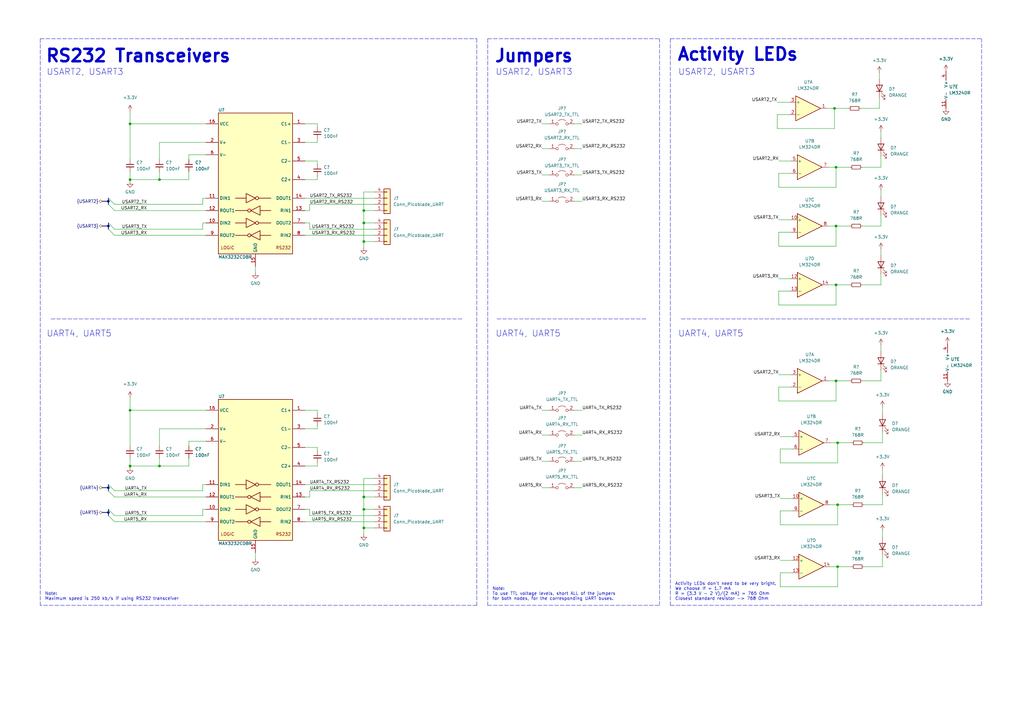
<source format=kicad_sch>
(kicad_sch (version 20211123) (generator eeschema)
  (paper "A3")
  (lib_symbols
    (symbol "0_interface_uart:MAX3232"
      (property "Reference" "U" (at 0 -2.54 0))
      (property "Value" "MAX3232" (at 0 -2.54 0))
      (symbol "MAX3232_0_0"
        (text "LOGIC" (at -11.43 -27.94 0) (effects (font (size 1.27 1.27))))
        (text "RS232" (at 11.43 -27.94 0) (effects (font (size 1.27 1.27))))
      )
      (symbol "MAX3232_0_1"
        (rectangle (start -15.24 27.305) (end 15.24 -30.48) (stroke (width 0.254)) (fill (type background)))
        (circle (center -2.54 -22.86) (radius 0.635) (stroke (width 0.254)))
        (circle (center -2.54 -12.7) (radius 0.635) (stroke (width 0.254)))
        (polyline (pts (xy -3.81 -17.78) (xy -8.255 -17.78)) (stroke (width 0.254)))
        (polyline (pts (xy -3.81 -7.62) (xy -8.255 -7.62)) (stroke (width 0.254)))
        (polyline (pts (xy -3.175 -22.86) (xy -8.255 -22.86)) (stroke (width 0.254)))
        (polyline (pts (xy -3.175 -12.7) (xy -8.255 -12.7)) (stroke (width 0.254)))
        (polyline (pts (xy 1.27 -17.78) (xy 6.35 -17.78)) (stroke (width 0.254)))
        (polyline (pts (xy 1.27 -7.62) (xy 6.35 -7.62)) (stroke (width 0.254)))
        (polyline (pts (xy 1.905 -22.86) (xy 6.35 -22.86)) (stroke (width 0.254)))
        (polyline (pts (xy 1.905 -12.7) (xy 6.35 -12.7)) (stroke (width 0.254)))
        (polyline (pts (xy -3.81 -15.875) (xy -3.81 -19.685) (xy 0 -17.78) (xy -3.81 -15.875)) (stroke (width 0.254)))
        (polyline (pts (xy -3.81 -5.715) (xy -3.81 -9.525) (xy 0 -7.62) (xy -3.81 -5.715)) (stroke (width 0.254)))
        (polyline (pts (xy 1.905 -20.955) (xy 1.905 -24.765) (xy -1.905 -22.86) (xy 1.905 -20.955)) (stroke (width 0.254)))
        (polyline (pts (xy 1.905 -10.795) (xy 1.905 -14.605) (xy -1.905 -12.7) (xy 1.905 -10.795)) (stroke (width 0.254)))
        (circle (center 0.635 -17.78) (radius 0.635) (stroke (width 0.254)))
        (circle (center 0.635 -7.62) (radius 0.635) (stroke (width 0.254)))
      )
      (symbol "MAX3232_1_1"
        (pin passive line (at 20.32 22.86 180) (length 5.08) (name "C1+") (number "1"))
        (pin input line (at -20.32 -17.78 0) (length 5.08) (name "DIN2") (number "10"))
        (pin input line (at -20.32 -7.62 0) (length 5.08) (name "DIN1") (number "11"))
        (pin output line (at -20.32 -12.7 0) (length 5.08) (name "ROUT1") (number "12"))
        (pin input line (at 20.32 -12.7 180) (length 5.08) (name "RIN1") (number "13"))
        (pin output line (at 20.32 -7.62 180) (length 5.08) (name "DOUT1") (number "14"))
        (pin power_in line (at 0 -35.56 90) (length 5.08) (name "GND") (number "15"))
        (pin power_in line (at -20.32 22.86 0) (length 5.08) (name "VCC") (number "16"))
        (pin power_out line (at -20.32 15.24 0) (length 5.08) (name "V+") (number "2"))
        (pin passive line (at 20.32 15.24 180) (length 5.08) (name "C1-") (number "3"))
        (pin passive line (at 20.32 0 180) (length 5.08) (name "C2+") (number "4"))
        (pin passive line (at 20.32 7.62 180) (length 5.08) (name "C2-") (number "5"))
        (pin power_out line (at -20.32 10.16 0) (length 5.08) (name "V-") (number "6"))
        (pin output line (at 20.32 -17.78 180) (length 5.08) (name "DOUT2") (number "7"))
        (pin input line (at 20.32 -22.86 180) (length 5.08) (name "RIN2") (number "8"))
        (pin output line (at -20.32 -22.86 0) (length 5.08) (name "ROUT2") (number "9"))
      )
    )
    (symbol "Amplifier_Operational:LM324" (pin_names (offset 0.127))
      (property "Reference" "U" (at 0 5.08 0))
      (property "Value" "LM324" (at 0 -5.08 0))
      (symbol "LM324_1_1"
        (polyline (pts (xy -5.08 5.08) (xy 5.08 0) (xy -5.08 -5.08) (xy -5.08 5.08)) (stroke (width 0.254)) (fill (type background)))
        (pin output line (at 7.62 0 180) (length 2.54) (name "~") (number "1"))
        (pin input line (at -7.62 -2.54 0) (length 2.54) (name "-") (number "2"))
        (pin input line (at -7.62 2.54 0) (length 2.54) (name "+") (number "3"))
      )
      (symbol "LM324_2_1"
        (polyline (pts (xy -5.08 5.08) (xy 5.08 0) (xy -5.08 -5.08) (xy -5.08 5.08)) (stroke (width 0.254)) (fill (type background)))
        (pin input line (at -7.62 2.54 0) (length 2.54) (name "+") (number "5"))
        (pin input line (at -7.62 -2.54 0) (length 2.54) (name "-") (number "6"))
        (pin output line (at 7.62 0 180) (length 2.54) (name "~") (number "7"))
      )
      (symbol "LM324_3_1"
        (polyline (pts (xy -5.08 5.08) (xy 5.08 0) (xy -5.08 -5.08) (xy -5.08 5.08)) (stroke (width 0.254)) (fill (type background)))
        (pin input line (at -7.62 2.54 0) (length 2.54) (name "+") (number "10"))
        (pin output line (at 7.62 0 180) (length 2.54) (name "~") (number "8"))
        (pin input line (at -7.62 -2.54 0) (length 2.54) (name "-") (number "9"))
      )
      (symbol "LM324_4_1"
        (polyline (pts (xy -5.08 5.08) (xy 5.08 0) (xy -5.08 -5.08) (xy -5.08 5.08)) (stroke (width 0.254)) (fill (type background)))
        (pin input line (at -7.62 2.54 0) (length 2.54) (name "+") (number "12"))
        (pin input line (at -7.62 -2.54 0) (length 2.54) (name "-") (number "13"))
        (pin output line (at 7.62 0 180) (length 2.54) (name "~") (number "14"))
      )
      (symbol "LM324_5_1"
        (pin power_in line (at -2.54 -7.62 90) (length 3.81) (name "V-") (number "11"))
        (pin power_in line (at -2.54 7.62 270) (length 3.81) (name "V+") (number "4"))
      )
    )
    (symbol "Connector_Generic:Conn_01x04" (pin_names (offset 1.016) hide)
      (property "Reference" "J" (at 0 5.08 0))
      (property "Value" "Conn_01x04" (at 0 -7.62 0))
      (symbol "Conn_01x04_1_1"
        (rectangle (start -1.27 -4.953) (end 0 -5.207) (stroke (width 0.1524)))
        (rectangle (start -1.27 -2.413) (end 0 -2.667) (stroke (width 0.1524)))
        (rectangle (start -1.27 0.127) (end 0 -0.127) (stroke (width 0.1524)))
        (rectangle (start -1.27 2.667) (end 0 2.413) (stroke (width 0.1524)))
        (rectangle (start -1.27 3.81) (end 1.27 -6.35) (stroke (width 0.254)) (fill (type background)))
        (pin passive line (at -5.08 2.54 0) (length 3.81) (name "Pin_1") (number "1"))
        (pin passive line (at -5.08 0 0) (length 3.81) (name "Pin_2") (number "2"))
        (pin passive line (at -5.08 -2.54 0) (length 3.81) (name "Pin_3") (number "3"))
        (pin passive line (at -5.08 -5.08 0) (length 3.81) (name "Pin_4") (number "4"))
      )
    )
    (symbol "Device:C_Small" (pin_numbers hide) (pin_names (offset 0.254) hide)
      (property "Reference" "C" (at 0.254 1.778 0))
      (property "Value" "C_Small" (at 0.254 -2.032 0))
      (symbol "C_Small_0_1"
        (polyline (pts (xy -1.524 -0.508) (xy 1.524 -0.508)) (stroke (width 0.3302)))
        (polyline (pts (xy -1.524 0.508) (xy 1.524 0.508)) (stroke (width 0.3048)))
      )
      (symbol "C_Small_1_1"
        (pin passive line (at 0 2.54 270) (length 2.032) (name "~") (number "1"))
        (pin passive line (at 0 -2.54 90) (length 2.032) (name "~") (number "2"))
      )
    )
    (symbol "Device:LED" (pin_numbers hide) (pin_names (offset 1.016) hide)
      (property "Reference" "D" (at 0 2.54 0))
      (property "Value" "LED" (at 0 -2.54 0))
      (symbol "LED_0_1"
        (polyline (pts (xy -1.27 -1.27) (xy -1.27 1.27)) (stroke (width 0.254)))
        (polyline (pts (xy -1.27 0) (xy 1.27 0)))
        (polyline (pts (xy 1.27 -1.27) (xy 1.27 1.27) (xy -1.27 0) (xy 1.27 -1.27)) (stroke (width 0.254)))
        (polyline (pts (xy -3.048 -0.762) (xy -4.572 -2.286) (xy -3.81 -2.286) (xy -4.572 -2.286) (xy -4.572 -1.524)))
        (polyline (pts (xy -1.778 -0.762) (xy -3.302 -2.286) (xy -2.54 -2.286) (xy -3.302 -2.286) (xy -3.302 -1.524)))
      )
      (symbol "LED_1_1"
        (pin passive line (at -3.81 0 0) (length 2.54) (name "K") (number "1"))
        (pin passive line (at 3.81 0 180) (length 2.54) (name "A") (number "2"))
      )
    )
    (symbol "Device:R_Small" (pin_numbers hide) (pin_names (offset 0.254) hide)
      (property "Reference" "R" (at 0.762 0.508 0))
      (property "Value" "R_Small" (at 0.762 -1.016 0))
      (symbol "R_Small_0_1"
        (rectangle (start -0.762 1.778) (end 0.762 -1.778) (stroke (width 0.2032)))
      )
      (symbol "R_Small_1_1"
        (pin passive line (at 0 2.54 270) (length 0.762) (name "~") (number "1"))
        (pin passive line (at 0 -2.54 90) (length 0.762) (name "~") (number "2"))
      )
    )
    (symbol "Jumper:Jumper_2_Open" (pin_names (offset 0) hide)
      (property "Reference" "JP" (at 0 2.794 0))
      (property "Value" "Jumper_2_Open" (at 0 -2.286 0))
      (symbol "Jumper_2_Open_0_0"
        (circle (center -2.032 0) (radius 0.508))
        (circle (center 2.032 0) (radius 0.508))
      )
      (symbol "Jumper_2_Open_0_1"
        (arc (start 1.524 1.27) (mid 0 1.778) (end -1.524 1.27))
      )
      (symbol "Jumper_2_Open_1_1"
        (pin passive line (at -5.08 0 0) (length 2.54) (name "A") (number "1"))
        (pin passive line (at 5.08 0 180) (length 2.54) (name "B") (number "2"))
      )
    )
    (symbol "power:+3.3V" (power) (pin_names (offset 0))
      (property "Value" "+3.3V" (at 0 3.556 0))
      (symbol "+3.3V_0_1"
        (polyline (pts (xy -0.762 1.27) (xy 0 2.54)))
        (polyline (pts (xy 0 0) (xy 0 2.54)))
        (polyline (pts (xy 0 2.54) (xy 0.762 1.27)))
      )
      (symbol "+3.3V_1_1"
        (pin power_in line (at 0 0 90) (length 0) hide (name "+3.3V") (number "1"))
      )
    )
    (symbol "power:GND" (power) (pin_names (offset 0))
      (property "Value" "GND" (at 0 -3.81 0))
      (symbol "GND_0_1"
        (polyline (pts (xy 0 0) (xy 0 -1.27) (xy 1.27 -1.27) (xy 0 -2.54) (xy -1.27 -1.27) (xy 0 -1.27)))
      )
      (symbol "GND_1_1"
        (pin power_in line (at 0 0 270) (length 0) hide (name "GND") (number "1"))
      )
    )
  )
  (junction (at 342.9 68.58))
  (junction (at 44.45 82.55))
  (junction (at 342.9 116.84))
  (junction (at 53.34 73.66))
  (junction (at 149.225 99.06))
  (junction (at 149.225 216.535))
  (junction (at 343.535 207.01))
  (junction (at 342.265 44.45))
  (junction (at 53.34 191.135))
  (junction (at 149.225 91.44))
  (junction (at 149.225 86.36))
  (junction (at 65.405 191.135))
  (junction (at 65.405 73.66))
  (junction (at 149.225 208.915))
  (junction (at 149.225 203.835))
  (junction (at 343.535 232.41))
  (junction (at 44.45 210.185))
  (junction (at 342.9 92.71))
  (junction (at 53.34 50.8))
  (junction (at 44.45 92.71))
  (junction (at 44.45 200.025))
  (junction (at 342.9 156.21))
  (junction (at 343.535 181.61))
  (junction (at 53.34 168.275))
  (bus_entry (at 46.99 93.98) (size -2.54 -2.54))
  (bus_entry (at 46.99 86.36) (size -2.54 -2.54))
  (bus_entry (at 46.99 203.835) (size -2.54 -2.54))
  (bus_entry (at 46.99 211.455) (size -2.54 -2.54))
  (bus_entry (at 46.99 213.995) (size -2.54 -2.54))
  (bus_entry (at 46.99 83.82) (size -2.54 -2.54))
  (bus_entry (at 46.99 96.52) (size -2.54 -2.54))
  (bus_entry (at 46.99 201.295) (size -2.54 -2.54))
  (wire (pts (xy 130.175 175.895) (xy 125.095 175.895)))
  (wire (pts (xy 318.77 41.91) (xy 323.85 41.91)))
  (wire (pts (xy 149.225 91.44) (xy 153.67 91.44)))
  (polyline (pts (xy 195.58 15.875) (xy 195.58 248.285)))
  (wire (pts (xy 320.04 229.87) (xy 325.12 229.87)))
  (wire (pts (xy 361.315 92.71) (xy 361.315 88.265)))
  (wire (pts (xy 353.06 44.45) (xy 360.68 44.45)))
  (wire (pts (xy 319.405 76.835) (xy 342.9 76.835)))
  (wire (pts (xy 77.47 191.135) (xy 65.405 191.135)))
  (wire (pts (xy 130.175 58.42) (xy 125.095 58.42)))
  (wire (pts (xy 342.9 116.84) (xy 339.725 116.84)))
  (wire (pts (xy 342.265 44.45) (xy 339.09 44.45)))
  (wire (pts (xy 53.34 191.135) (xy 53.34 191.77)))
  (wire (pts (xy 53.34 182.88) (xy 53.34 168.275)))
  (wire (pts (xy 130.175 73.66) (xy 125.095 73.66)))
  (wire (pts (xy 65.405 73.66) (xy 53.34 73.66)))
  (wire (pts (xy 65.405 191.135) (xy 53.34 191.135)))
  (wire (pts (xy 324.485 71.12) (xy 319.405 71.12)))
  (bus (pts (xy 44.45 92.71) (xy 41.91 92.71)))
  (bus (pts (xy 44.45 198.755) (xy 44.45 200.025)))
  (wire (pts (xy 53.34 65.405) (xy 53.34 50.8)))
  (wire (pts (xy 130.175 174.625) (xy 130.175 175.895)))
  (wire (pts (xy 320.04 240.665) (xy 343.535 240.665)))
  (wire (pts (xy 46.99 96.52) (xy 84.455 96.52)))
  (wire (pts (xy 149.225 101.6) (xy 149.225 99.06)))
  (wire (pts (xy 319.405 66.04) (xy 324.485 66.04)))
  (bus (pts (xy 44.45 82.55) (xy 41.91 82.55)))
  (wire (pts (xy 46.99 83.82) (xy 83.185 83.82)))
  (polyline (pts (xy 200.025 15.875) (xy 270.51 15.875)))
  (wire (pts (xy 343.535 181.61) (xy 349.25 181.61)))
  (polyline (pts (xy 200.025 15.875) (xy 200.025 248.285)))
  (wire (pts (xy 222.25 168.275) (xy 225.425 168.275)))
  (wire (pts (xy 127 91.44) (xy 125.095 91.44)))
  (wire (pts (xy 318.77 46.99) (xy 318.77 52.705)))
  (wire (pts (xy 149.225 203.835) (xy 149.225 196.215)))
  (wire (pts (xy 77.47 63.5) (xy 84.455 63.5)))
  (wire (pts (xy 53.34 73.66) (xy 53.34 74.295)))
  (wire (pts (xy 125.095 96.52) (xy 153.67 96.52)))
  (wire (pts (xy 65.405 182.88) (xy 65.405 175.895)))
  (wire (pts (xy 53.34 163.195) (xy 53.34 168.275)))
  (wire (pts (xy 343.535 207.01) (xy 349.25 207.01)))
  (wire (pts (xy 343.535 189.865) (xy 343.535 181.61)))
  (wire (pts (xy 53.34 50.8) (xy 84.455 50.8)))
  (wire (pts (xy 127 208.915) (xy 127 211.455)))
  (wire (pts (xy 83.185 198.755) (xy 84.455 198.755)))
  (wire (pts (xy 319.405 100.965) (xy 342.9 100.965)))
  (wire (pts (xy 343.535 232.41) (xy 349.25 232.41)))
  (wire (pts (xy 46.99 86.36) (xy 84.455 86.36)))
  (wire (pts (xy 83.185 208.915) (xy 84.455 208.915)))
  (wire (pts (xy 222.25 178.435) (xy 225.425 178.435)))
  (wire (pts (xy 238.76 168.275) (xy 235.585 168.275)))
  (wire (pts (xy 319.405 153.67) (xy 324.485 153.67)))
  (wire (pts (xy 342.9 156.21) (xy 339.725 156.21)))
  (wire (pts (xy 149.225 86.36) (xy 149.225 91.44)))
  (wire (pts (xy 65.405 187.96) (xy 65.405 191.135)))
  (wire (pts (xy 361.315 102.235) (xy 361.315 104.775)))
  (polyline (pts (xy 279.4 130.81) (xy 398.145 130.81)))
  (wire (pts (xy 104.775 109.22) (xy 104.775 111.76)))
  (polyline (pts (xy 195.58 248.285) (xy 16.51 248.285)))
  (wire (pts (xy 343.535 215.265) (xy 343.535 207.01)))
  (polyline (pts (xy 16.51 15.875) (xy 195.58 15.875)))
  (wire (pts (xy 149.225 196.215) (xy 153.67 196.215)))
  (wire (pts (xy 83.185 91.44) (xy 84.455 91.44)))
  (wire (pts (xy 319.405 125.095) (xy 342.9 125.095)))
  (wire (pts (xy 320.04 204.47) (xy 325.12 204.47)))
  (wire (pts (xy 130.175 72.39) (xy 130.175 73.66)))
  (polyline (pts (xy 200.025 248.285) (xy 270.51 248.285)))
  (polyline (pts (xy 270.51 248.285) (xy 270.51 15.875)))
  (wire (pts (xy 361.95 217.805) (xy 361.95 220.345)))
  (wire (pts (xy 320.04 234.95) (xy 320.04 240.665)))
  (wire (pts (xy 353.695 68.58) (xy 361.315 68.58)))
  (wire (pts (xy 354.33 232.41) (xy 361.95 232.41)))
  (wire (pts (xy 130.175 50.8) (xy 130.175 52.07)))
  (polyline (pts (xy 16.51 15.875) (xy 16.51 248.285)))
  (wire (pts (xy 320.04 215.265) (xy 343.535 215.265)))
  (wire (pts (xy 238.76 178.435) (xy 235.585 178.435)))
  (wire (pts (xy 46.99 93.98) (xy 83.185 93.98)))
  (wire (pts (xy 343.535 232.41) (xy 340.36 232.41)))
  (wire (pts (xy 77.47 65.405) (xy 77.47 63.5)))
  (wire (pts (xy 104.775 226.695) (xy 104.775 229.235)))
  (wire (pts (xy 46.99 211.455) (xy 83.185 211.455)))
  (wire (pts (xy 125.095 198.755) (xy 153.67 198.755)))
  (wire (pts (xy 83.185 201.295) (xy 83.185 198.755)))
  (wire (pts (xy 325.12 184.15) (xy 320.04 184.15)))
  (wire (pts (xy 127 93.98) (xy 153.67 93.98)))
  (wire (pts (xy 353.695 92.71) (xy 361.315 92.71)))
  (wire (pts (xy 149.225 78.74) (xy 153.67 78.74)))
  (polyline (pts (xy 402.59 248.285) (xy 402.59 15.875)))
  (wire (pts (xy 342.9 125.095) (xy 342.9 116.84)))
  (wire (pts (xy 238.76 50.8) (xy 235.585 50.8)))
  (wire (pts (xy 83.185 211.455) (xy 83.185 208.915)))
  (polyline (pts (xy 203.835 130.81) (xy 265.43 130.81)))
  (wire (pts (xy 125.095 168.275) (xy 130.175 168.275)))
  (bus (pts (xy 44.45 210.185) (xy 44.45 211.455)))
  (wire (pts (xy 319.405 119.38) (xy 319.405 125.095)))
  (wire (pts (xy 222.25 50.8) (xy 225.425 50.8)))
  (wire (pts (xy 324.485 119.38) (xy 319.405 119.38)))
  (wire (pts (xy 342.9 68.58) (xy 348.615 68.58)))
  (wire (pts (xy 77.47 70.485) (xy 77.47 73.66)))
  (wire (pts (xy 319.405 158.75) (xy 319.405 164.465)))
  (bus (pts (xy 44.45 82.55) (xy 44.45 83.82)))
  (wire (pts (xy 125.095 66.04) (xy 130.175 66.04)))
  (wire (pts (xy 65.405 175.895) (xy 84.455 175.895)))
  (wire (pts (xy 343.535 181.61) (xy 340.36 181.61)))
  (wire (pts (xy 127 208.915) (xy 125.095 208.915)))
  (wire (pts (xy 53.34 70.485) (xy 53.34 73.66)))
  (bus (pts (xy 44.45 200.025) (xy 41.91 200.025)))
  (wire (pts (xy 222.25 200.025) (xy 225.425 200.025)))
  (wire (pts (xy 53.34 45.72) (xy 53.34 50.8)))
  (wire (pts (xy 65.405 70.485) (xy 65.405 73.66)))
  (wire (pts (xy 238.76 200.025) (xy 235.585 200.025)))
  (wire (pts (xy 354.33 181.61) (xy 361.95 181.61)))
  (wire (pts (xy 361.315 156.21) (xy 361.315 151.765)))
  (wire (pts (xy 65.405 58.42) (xy 84.455 58.42)))
  (polyline (pts (xy 274.955 248.285) (xy 402.59 248.285)))
  (wire (pts (xy 53.34 168.275) (xy 84.455 168.275)))
  (wire (pts (xy 361.95 167.005) (xy 361.95 169.545)))
  (wire (pts (xy 222.25 60.96) (xy 225.425 60.96)))
  (wire (pts (xy 319.405 164.465) (xy 342.9 164.465)))
  (polyline (pts (xy 20.955 130.81) (xy 189.865 130.81)))
  (wire (pts (xy 361.315 116.84) (xy 361.315 112.395)))
  (wire (pts (xy 149.225 86.36) (xy 149.225 78.74)))
  (wire (pts (xy 320.04 184.15) (xy 320.04 189.865)))
  (bus (pts (xy 44.45 81.28) (xy 44.45 82.55)))
  (wire (pts (xy 238.76 71.755) (xy 235.585 71.755)))
  (wire (pts (xy 342.9 100.965) (xy 342.9 92.71)))
  (wire (pts (xy 77.47 182.88) (xy 77.47 180.975)))
  (bus (pts (xy 44.45 208.915) (xy 44.45 210.185)))
  (wire (pts (xy 342.9 164.465) (xy 342.9 156.21)))
  (wire (pts (xy 353.695 116.84) (xy 361.315 116.84)))
  (wire (pts (xy 127 201.295) (xy 127 203.835)))
  (wire (pts (xy 342.9 156.21) (xy 348.615 156.21)))
  (wire (pts (xy 77.47 73.66) (xy 65.405 73.66)))
  (wire (pts (xy 354.33 207.01) (xy 361.95 207.01)))
  (wire (pts (xy 127 201.295) (xy 153.67 201.295)))
  (wire (pts (xy 342.9 92.71) (xy 339.725 92.71)))
  (wire (pts (xy 342.265 52.705) (xy 342.265 44.45)))
  (wire (pts (xy 127 83.82) (xy 153.67 83.82)))
  (wire (pts (xy 343.535 207.01) (xy 340.36 207.01)))
  (wire (pts (xy 361.95 232.41) (xy 361.95 227.965)))
  (wire (pts (xy 342.265 44.45) (xy 347.98 44.45)))
  (wire (pts (xy 46.99 201.295) (xy 83.185 201.295)))
  (wire (pts (xy 149.225 203.835) (xy 149.225 208.915)))
  (wire (pts (xy 342.9 116.84) (xy 348.615 116.84)))
  (wire (pts (xy 130.175 168.275) (xy 130.175 169.545)))
  (wire (pts (xy 149.225 203.835) (xy 153.67 203.835)))
  (wire (pts (xy 325.12 209.55) (xy 320.04 209.55)))
  (wire (pts (xy 46.99 213.995) (xy 84.455 213.995)))
  (wire (pts (xy 238.76 189.23) (xy 235.585 189.23)))
  (wire (pts (xy 320.04 189.865) (xy 343.535 189.865)))
  (wire (pts (xy 46.99 203.835) (xy 84.455 203.835)))
  (wire (pts (xy 361.95 207.01) (xy 361.95 202.565)))
  (wire (pts (xy 343.535 240.665) (xy 343.535 232.41)))
  (wire (pts (xy 324.485 158.75) (xy 319.405 158.75)))
  (wire (pts (xy 83.185 93.98) (xy 83.185 91.44)))
  (wire (pts (xy 149.225 99.06) (xy 153.67 99.06)))
  (wire (pts (xy 324.485 95.25) (xy 319.405 95.25)))
  (wire (pts (xy 127 91.44) (xy 127 93.98)))
  (wire (pts (xy 222.25 189.23) (xy 225.425 189.23)))
  (wire (pts (xy 361.315 68.58) (xy 361.315 64.135)))
  (wire (pts (xy 320.04 209.55) (xy 320.04 215.265)))
  (wire (pts (xy 319.405 71.12) (xy 319.405 76.835)))
  (wire (pts (xy 342.9 76.835) (xy 342.9 68.58)))
  (wire (pts (xy 130.175 66.04) (xy 130.175 67.31)))
  (wire (pts (xy 149.225 208.915) (xy 153.67 208.915)))
  (wire (pts (xy 127 83.82) (xy 127 86.36)))
  (wire (pts (xy 342.9 68.58) (xy 339.725 68.58)))
  (wire (pts (xy 319.405 95.25) (xy 319.405 100.965)))
  (wire (pts (xy 125.095 50.8) (xy 130.175 50.8)))
  (wire (pts (xy 83.185 83.82) (xy 83.185 81.28)))
  (wire (pts (xy 319.405 114.3) (xy 324.485 114.3)))
  (bus (pts (xy 44.45 210.185) (xy 41.91 210.185)))
  (wire (pts (xy 149.225 86.36) (xy 153.67 86.36)))
  (wire (pts (xy 125.095 213.995) (xy 153.67 213.995)))
  (wire (pts (xy 361.315 78.105) (xy 361.315 80.645)))
  (bus (pts (xy 44.45 200.025) (xy 44.45 201.295)))
  (wire (pts (xy 238.76 82.55) (xy 235.585 82.55)))
  (wire (pts (xy 360.68 29.845) (xy 360.68 32.385)))
  (wire (pts (xy 342.9 92.71) (xy 348.615 92.71)))
  (wire (pts (xy 361.315 53.975) (xy 361.315 56.515)))
  (wire (pts (xy 222.25 71.755) (xy 225.425 71.755)))
  (wire (pts (xy 320.04 179.07) (xy 325.12 179.07)))
  (bus (pts (xy 44.45 91.44) (xy 44.45 92.71)))
  (polyline (pts (xy 274.955 15.875) (xy 274.955 248.285)))
  (wire (pts (xy 125.095 81.28) (xy 153.67 81.28)))
  (wire (pts (xy 149.225 99.06) (xy 149.225 91.44)))
  (wire (pts (xy 130.175 191.135) (xy 125.095 191.135)))
  (wire (pts (xy 361.95 192.405) (xy 361.95 194.945)))
  (wire (pts (xy 149.225 216.535) (xy 153.67 216.535)))
  (wire (pts (xy 361.315 141.605) (xy 361.315 144.145)))
  (wire (pts (xy 149.225 219.075) (xy 149.225 216.535)))
  (wire (pts (xy 65.405 65.405) (xy 65.405 58.42)))
  (wire (pts (xy 130.175 183.515) (xy 130.175 184.785)))
  (wire (pts (xy 222.25 82.55) (xy 225.425 82.55)))
  (wire (pts (xy 130.175 189.865) (xy 130.175 191.135)))
  (wire (pts (xy 238.76 60.96) (xy 235.585 60.96)))
  (wire (pts (xy 125.095 86.36) (xy 127 86.36)))
  (wire (pts (xy 127 211.455) (xy 153.67 211.455)))
  (wire (pts (xy 77.47 187.96) (xy 77.47 191.135)))
  (wire (pts (xy 77.47 180.975) (xy 84.455 180.975)))
  (polyline (pts (xy 274.955 15.875) (xy 402.59 15.875)))
  (bus (pts (xy 44.45 92.71) (xy 44.45 93.98)))
  (wire (pts (xy 361.95 181.61) (xy 361.95 177.165)))
  (wire (pts (xy 125.095 203.835) (xy 127 203.835)))
  (wire (pts (xy 83.185 81.28) (xy 84.455 81.28)))
  (wire (pts (xy 125.095 183.515) (xy 130.175 183.515)))
  (wire (pts (xy 360.68 44.45) (xy 360.68 40.005)))
  (wire (pts (xy 318.77 52.705) (xy 342.265 52.705)))
  (wire (pts (xy 353.695 156.21) (xy 361.315 156.21)))
  (wire (pts (xy 323.85 46.99) (xy 318.77 46.99)))
  (wire (pts (xy 53.34 187.96) (xy 53.34 191.135)))
  (wire (pts (xy 130.175 57.15) (xy 130.175 58.42)))
  (wire (pts (xy 325.12 234.95) (xy 320.04 234.95)))
  (wire (pts (xy 319.405 90.17) (xy 324.485 90.17)))
  (wire (pts (xy 149.225 216.535) (xy 149.225 208.915)))
  (text "Jumpers" (at 202.565 26.035 0) (effects (font (size 5.08 5.08) (thickness 1.016) bold) (justify left bottom)))
  (text "Note:\nMaximum speed is 250 kb/s if using RS232 transceiver" (at 18.415 246.38 0) (effects (font (size 1.27 1.27)) (justify left bottom)))
  (text "USART2, USART3" (at 19.05 31.115 0) (effects (font (size 2.54 2.54)) (justify left bottom)))
  (text "UART4, UART5" (at 278.13 138.43 0) (effects (font (size 2.54 2.54)) (justify left bottom)))
  (text "USART2, USART3" (at 278.13 31.115 0) (effects (font (size 2.54 2.54)) (justify left bottom)))
  (text "USART2, USART3" (at 203.2 31.115 0) (effects (font (size 2.54 2.54)) (justify left bottom)))
  (text "Note:\nTo use TTL voltage levels, short ALL of the jumpers\nfor both nodes, for the corresponding UART buses." (at 201.93 246.38 0) (effects (font (size 1.27 1.27)) (justify left bottom)))
  (text "UART4, UART5" (at 19.05 138.43 0) (effects (font (size 2.54 2.54)) (justify left bottom)))
  (text "Activity LEDs" (at 277.495 25.4 0) (effects (font (size 5.08 5.08) (thickness 1.016) bold) (justify left bottom)))
  (text "UART4, UART5" (at 203.2 138.43 0) (effects (font (size 2.54 2.54)) (justify left bottom)))
  (text "RS232 Transceivers" (at 18.415 26.035 0) (effects (font (size 5.08 5.08) (thickness 1.016) bold) (justify left bottom)))
  (text "Activity LEDs don't need to be very bright.\nWe choose If = 1.7 mA\nR = (3.3 V - 2 V)/(2 mA) = 765 Ohm\nClosest standard resistor -> 768 Ohm\n" (at 276.86 246.38 0) (effects (font (size 1.27 1.27)) (justify left bottom)))
  (label "UART5_TX" (at 222.25 189.23 180))
  (label "USART2_RX" (at 320.04 179.07 180))
  (label "UART5_RX_RS232" (at 238.76 200.025 0))
  (label "UART4_RX" (at 222.25 178.435 180))
  (label "USART2_TX" (at 222.25 50.8 180))
  (label "USART3_TX_RS232" (at 127.859 93.98 0))
  (label "USART3_TX" (at 319.405 90.17 180))
  (label "UART5_RX" (at 222.25 200.025 180))
  (label "USART2_TX" (at 60.325 83.82 180))
  (label "USART3_TX_RS232" (at 238.76 71.755 0))
  (label "UART4_TX" (at 60.325 201.295 180))
  (label "USART2_RX" (at 60.325 86.36 180))
  (label "USART2_TX" (at 318.77 41.91 180))
  (label "USART2_TX_RS232" (at 238.76 50.8 0))
  (label "USART2_TX" (at 319.405 153.67 180))
  (label "USART2_RX" (at 222.25 60.96 180))
  (label "UART4_TX_RS232" (at 127 198.755 0))
  (label "USART2_RX" (at 319.405 66.04 180))
  (label "USART3_TX" (at 320.04 204.47 180))
  (label "UART4_RX_RS232" (at 127 201.295 0))
  (label "UART5_TX" (at 60.325 211.455 180))
  (label "UART4_RX_RS232" (at 238.76 178.435 0))
  (label "USART3_RX" (at 320.04 229.87 180))
  (label "USART3_RX" (at 60.325 96.52 180))
  (label "USART2_RX_RS232" (at 127 83.82 0))
  (label "UART5_RX_RS232" (at 127.859 213.995 0))
  (label "UART4_TX_RS232" (at 238.76 168.275 0))
  (label "UART4_TX" (at 222.25 168.275 180))
  (label "USART3_RX" (at 222.25 82.55 180))
  (label "USART3_RX_RS232" (at 127.859 96.52 0))
  (label "UART5_TX_RS232" (at 127.859 211.455 0))
  (label "UART5_RX" (at 60.325 213.995 180))
  (label "USART3_RX" (at 319.405 114.3 180))
  (label "USART3_TX" (at 222.25 71.755 180))
  (label "UART5_TX_RS232" (at 238.76 189.23 0))
  (label "USART3_TX" (at 60.325 93.98 180))
  (label "USART3_RX_RS232" (at 238.76 82.55 0))
  (label "UART4_RX" (at 60.325 203.835 180))
  (label "USART2_TX_RS232" (at 127 81.28 0))
  (label "USART2_RX_RS232" (at 238.76 60.96 0))
  (hierarchical_label "{USART3}" (shape bidirectional) (at 41.91 92.71 180))
  (hierarchical_label "{USART2}" (shape bidirectional) (at 41.91 82.55 180))
  (hierarchical_label "{UART5}" (shape bidirectional) (at 41.91 210.185 180))
  (hierarchical_label "{UART4}" (shape bidirectional) (at 41.91 200.025 180))
  (symbol (lib_id "Connector_Generic:Conn_01x04") (at 158.75 83.82 0) (mirror x) (unit 1)
    (property "Reference" "J?" (at 161.29 81.28 0) (effects (justify left)))
    (property "Value" "Conn_Picoblade_UART" (at 161.29 83.82 0) (effects (justify left)))
    (property "Footprint" "Connector_Molex:Molex_PicoBlade_53047-0410_1x04_P1.25mm_Vertical" (effects hide))
    (property "Datasheet" "https://www.molex.com/pdm_docs/sd/530470410_sd.pdf" (effects hide))
    (property "Manufacturer ref" "0530470410" (effects hide))
    (property "Digikey ref" "WM1733-ND" (effects hide))
  )
  (symbol (lib_id "Jumper:Jumper_2_Open") (at 230.505 82.55 0) (unit 1) (in_bom no)
    (property "Reference" "JP?" (at 230.505 75.565 0))
    (property "Value" "USART3_RX_TTL" (at 230.505 78.105 0))
    (property "Footprint" "Jumper:SolderJumper-2_P1.3mm_Open_RoundedPad1.0x1.5mm" (effects hide))
  )
  (symbol (lib_id "power:GND") (at 149.225 219.075 0) (unit 1)
    (property "Reference" "#PWR?" (effects hide))
    (property "Value" "GND" (at 149.225 223.52 0))
  )
  (symbol (lib_id "Jumper:Jumper_2_Open") (at 230.505 71.755 0) (unit 1) (in_bom no)
    (property "Reference" "JP?" (at 230.505 65.405 0))
    (property "Value" "USART3_TX_TTL" (at 230.505 67.945 0))
    (property "Footprint" "Jumper:SolderJumper-2_P1.3mm_Open_RoundedPad1.0x1.5mm" (effects hide))
  )
  (symbol (lib_id "power:GND") (at 388.62 156.21 0) (unit 1)
    (property "Reference" "#PWR?" (effects hide))
    (property "Value" "GND" (at 388.62 160.655 0))
  )
  (symbol (lib_id "power:+3.3V") (at 361.315 78.105 0) (unit 1)
    (property "Reference" "#PWR?" (effects hide))
    (property "Value" "+3.3V" (at 361.315 73.025 0))
  )
  (symbol (lib_id "power:+3.3V") (at 53.34 45.72 0) (unit 1)
    (property "Reference" "#PWR?" (effects hide))
    (property "Value" "+3.3V" (at 53.34 40.005 0))
  )
  (symbol (lib_id "Device:C_Small") (at 77.47 185.42 0) (unit 1)
    (property "Reference" "C?" (at 80.01 184.1562 0) (effects (justify left)))
    (property "Value" "100nF" (at 80.01 186.6962 0) (effects (justify left)))
  )
  (symbol (lib_id "power:GND") (at 149.225 101.6 0) (unit 1)
    (property "Reference" "#PWR?" (effects hide))
    (property "Value" "GND" (at 149.225 106.045 0))
  )
  (symbol (lib_id "power:+3.3V") (at 361.95 192.405 0) (unit 1)
    (property "Reference" "#PWR?" (effects hide))
    (property "Value" "+3.3V" (at 361.95 187.325 0))
  )
  (symbol (lib_id "Device:C_Small") (at 77.47 67.945 0) (unit 1)
    (property "Reference" "C?" (at 80.01 66.6812 0) (effects (justify left)))
    (property "Value" "100nF" (at 80.01 69.2212 0) (effects (justify left)))
  )
  (symbol (lib_id "0_interface_uart:MAX3232") (at 104.775 73.66 0) (unit 1)
    (property "Reference" "U?" (at 89.535 45.085 0) (effects (justify left)))
    (property "Value" "MAX3232CDBR" (at 89.535 105.41 0) (effects (justify left)))
    (property "Footprint" "Package_SO:SSOP-16_5.3x6.2mm_P0.65mm" (effects hide))
    (property "Datasheet" "https://www.ti.com/lit/ds/symlink/max3232.pdf?HQS=dis-dk-null-digikeymode-dsf-pf-null-wwe&ts=1663519709027&ref_url=https%253A%252F%252Fwww.ti.com%252Fgeneral%252Fdocs%252Fsuppproductinfo.tsp%253FdistId%253D10%2526gotoUrl%253Dhttps%253A%252F%252Fwww.ti.com%252Flit%252Fgpn%252Fmax3232" (effects hide))
    (property "Manufacturer ref" "MAX3232CDBR" (effects hide))
    (property "Digikey ref" "296-13093-1-ND" (effects hide))
  )
  (symbol (lib_id "Device:LED") (at 361.95 224.155 90) (unit 1)
    (property "Reference" "D?" (at 365.76 224.4724 90) (effects (justify right)))
    (property "Value" "ORANGE" (at 365.76 227.0124 90) (effects (justify right)))
    (property "Footprint" "LED_SMD:LED_0603_1608Metric" (effects hide))
    (property "Datasheet" "https://optoelectronics.liteon.com/upload/download/DS22-2000-222/LTST-C191KFKT.pdf" (effects hide))
  )
  (symbol (lib_id "Device:C_Small") (at 65.405 185.42 0) (unit 1)
    (property "Reference" "C?" (at 67.945 184.1562 0) (effects (justify left)))
    (property "Value" "100nF" (at 67.945 186.6962 0) (effects (justify left)))
  )
  (symbol (lib_id "power:+3.3V") (at 361.95 167.005 0) (unit 1)
    (property "Reference" "#PWR?" (effects hide))
    (property "Value" "+3.3V" (at 361.95 161.925 0))
  )
  (symbol (lib_id "Connector_Generic:Conn_01x04") (at 158.75 213.995 0) (mirror x) (unit 1)
    (property "Reference" "J?" (at 161.29 211.455 0) (effects (justify left)))
    (property "Value" "Conn_Picoblade_UART" (at 161.29 213.995 0) (effects (justify left)))
    (property "Footprint" "Connector_Molex:Molex_PicoBlade_53047-0410_1x04_P1.25mm_Vertical" (effects hide))
    (property "Datasheet" "https://www.molex.com/pdm_docs/sd/530470410_sd.pdf" (effects hide))
    (property "Manufacturer ref" "0530470410" (effects hide))
    (property "Digikey ref" "WM1733-ND" (effects hide))
  )
  (symbol (lib_id "power:GND") (at 53.34 191.77 0) (unit 1)
    (property "Reference" "#PWR?" (effects hide))
    (property "Value" "GND" (at 53.34 196.215 0))
  )
  (symbol (lib_id "Connector_Generic:Conn_01x04") (at 158.75 96.52 0) (mirror x) (unit 1)
    (property "Reference" "J?" (at 161.29 93.98 0) (effects (justify left)))
    (property "Value" "Conn_Picoblade_UART" (at 161.29 96.52 0) (effects (justify left)))
    (property "Footprint" "Connector_Molex:Molex_PicoBlade_53047-0410_1x04_P1.25mm_Vertical" (effects hide))
    (property "Datasheet" "https://www.molex.com/pdm_docs/sd/530470410_sd.pdf" (effects hide))
    (property "Manufacturer ref" "0530470410" (effects hide))
    (property "Digikey ref" "WM1733-ND" (effects hide))
  )
  (symbol (lib_id "Device:C_Small") (at 65.405 67.945 0) (unit 1)
    (property "Reference" "C?" (at 67.945 66.6812 0) (effects (justify left)))
    (property "Value" "100nF" (at 67.945 69.2212 0) (effects (justify left)))
  )
  (symbol (lib_id "Device:LED") (at 361.315 108.585 90) (unit 1)
    (property "Reference" "D?" (at 365.125 108.9024 90) (effects (justify right)))
    (property "Value" "ORANGE" (at 365.125 111.4424 90) (effects (justify right)))
    (property "Footprint" "LED_SMD:LED_0603_1608Metric" (effects hide))
    (property "Datasheet" "https://optoelectronics.liteon.com/upload/download/DS22-2000-222/LTST-C191KFKT.pdf" (effects hide))
  )
  (symbol (lib_id "Amplifier_Operational:LM324") (at 390.525 36.83 0) (unit 5)
    (property "Reference" "U?" (at 389.255 35.5599 0) (effects (justify left)))
    (property "Value" "LM324DR" (at 389.255 38.0999 0) (effects (justify left)))
    (property "Footprint" "Package_SO:SOIC-14_3.9x8.7mm_P1.27mm" (effects hide))
    (property "Datasheet" "http://www.ti.com/lit/ds/symlink/lm2902-n.pdf" (effects hide))
    (property "Manufacturer ref" "LM324DR" (effects hide))
    (property "Digikey ref" "296-14597-1-ND" (effects hide))
  )
  (symbol (lib_id "Device:R_Small") (at 350.52 44.45 90) (unit 1)
    (property "Reference" "R?" (at 350.52 38.735 90))
    (property "Value" "768R" (at 350.52 41.275 90))
  )
  (symbol (lib_id "Device:LED") (at 361.95 173.355 90) (unit 1)
    (property "Reference" "D?" (at 365.76 173.6724 90) (effects (justify right)))
    (property "Value" "ORANGE" (at 365.76 176.2124 90) (effects (justify right)))
    (property "Footprint" "LED_SMD:LED_0603_1608Metric" (effects hide))
    (property "Datasheet" "https://optoelectronics.liteon.com/upload/download/DS22-2000-222/LTST-C191KFKT.pdf" (effects hide))
  )
  (symbol (lib_id "power:+3.3V") (at 361.315 141.605 0) (unit 1)
    (property "Reference" "#PWR?" (effects hide))
    (property "Value" "+3.3V" (at 361.315 136.525 0))
  )
  (symbol (lib_id "power:+3.3V") (at 360.68 29.845 0) (unit 1)
    (property "Reference" "#PWR?" (effects hide))
    (property "Value" "+3.3V" (at 360.68 24.765 0))
  )
  (symbol (lib_id "Jumper:Jumper_2_Open") (at 230.505 200.025 0) (unit 1) (in_bom no)
    (property "Reference" "JP?" (at 230.505 193.04 0))
    (property "Value" "UART5_RX_TTL" (at 230.505 195.58 0))
    (property "Footprint" "Jumper:SolderJumper-2_P1.3mm_Open_RoundedPad1.0x1.5mm" (effects hide))
  )
  (symbol (lib_id "power:GND") (at 387.985 44.45 0) (unit 1)
    (property "Reference" "#PWR?" (effects hide))
    (property "Value" "GND" (at 387.985 48.895 0))
  )
  (symbol (lib_id "power:+3.3V") (at 361.315 53.975 0) (unit 1)
    (property "Reference" "#PWR?" (effects hide))
    (property "Value" "+3.3V" (at 361.315 48.895 0))
  )
  (symbol (lib_id "Device:C_Small") (at 130.175 54.61 0) (unit 1)
    (property "Reference" "C?" (at 132.715 53.3462 0) (effects (justify left)))
    (property "Value" "100nF" (at 132.715 55.8862 0) (effects (justify left)))
  )
  (symbol (lib_id "Device:LED") (at 361.315 147.955 90) (unit 1)
    (property "Reference" "D?" (at 365.125 148.2724 90) (effects (justify right)))
    (property "Value" "ORANGE" (at 365.125 150.8124 90) (effects (justify right)))
    (property "Footprint" "LED_SMD:LED_0603_1608Metric" (effects hide))
    (property "Datasheet" "https://optoelectronics.liteon.com/upload/download/DS22-2000-222/LTST-C191KFKT.pdf" (effects hide))
  )
  (symbol (lib_id "power:+3.3V") (at 361.95 217.805 0) (unit 1)
    (property "Reference" "#PWR?" (effects hide))
    (property "Value" "+3.3V" (at 361.95 212.725 0))
  )
  (symbol (lib_id "Device:C_Small") (at 130.175 187.325 0) (unit 1)
    (property "Reference" "C?" (at 132.715 186.0612 0) (effects (justify left)))
    (property "Value" "100nF" (at 132.715 188.595 0) (effects (justify left)))
  )
  (symbol (lib_id "Device:R_Small") (at 351.155 92.71 90) (unit 1)
    (property "Reference" "R?" (at 351.155 86.995 90))
    (property "Value" "768R" (at 351.155 89.535 90))
  )
  (symbol (lib_id "Device:C_Small") (at 53.34 67.945 0) (unit 1)
    (property "Reference" "C?" (at 55.88 66.6812 0) (effects (justify left)))
    (property "Value" "100nF" (at 55.88 69.2212 0) (effects (justify left)))
  )
  (symbol (lib_id "Device:R_Small") (at 351.155 156.21 90) (unit 1)
    (property "Reference" "R?" (at 351.155 150.495 90))
    (property "Value" "768R" (at 351.155 153.035 90))
  )
  (symbol (lib_id "Jumper:Jumper_2_Open") (at 230.505 168.275 0) (unit 1) (in_bom no)
    (property "Reference" "JP?" (at 230.505 161.29 0))
    (property "Value" "UART4_TX_TTL" (at 230.505 163.83 0))
    (property "Footprint" "Jumper:SolderJumper-2_P1.3mm_Open_RoundedPad1.0x1.5mm" (effects hide))
  )
  (symbol (lib_id "Device:R_Small") (at 351.79 232.41 90) (unit 1)
    (property "Reference" "R?" (at 351.79 226.695 90))
    (property "Value" "768R" (at 351.79 229.235 90))
  )
  (symbol (lib_id "Device:LED") (at 360.68 36.195 90) (unit 1)
    (property "Reference" "D?" (at 364.49 36.5124 90) (effects (justify right)))
    (property "Value" "ORANGE" (at 364.49 39.0524 90) (effects (justify right)))
    (property "Footprint" "LED_SMD:LED_0603_1608Metric" (effects hide))
    (property "Datasheet" "https://optoelectronics.liteon.com/upload/download/DS22-2000-222/LTST-C191KFKT.pdf" (effects hide))
  )
  (symbol (lib_id "Amplifier_Operational:LM324") (at 332.105 156.21 0) (unit 1)
    (property "Reference" "U?" (at 332.105 145.415 0))
    (property "Value" "LM324DR" (at 332.105 147.955 0))
    (property "Footprint" "Package_SO:SOIC-14_3.9x8.7mm_P1.27mm" (effects hide))
    (property "Datasheet" "http://www.ti.com/lit/ds/symlink/lm2902-n.pdf" (effects hide))
    (property "Manufacturer ref " "LM324DR" (effects hide))
    (property "Digikey ref" "296-14597-1-ND" (effects hide))
  )
  (symbol (lib_id "Device:C_Small") (at 53.34 185.42 0) (unit 1)
    (property "Reference" "C?" (at 55.88 184.1562 0) (effects (justify left)))
    (property "Value" "100nF" (at 55.88 186.6962 0) (effects (justify left)))
  )
  (symbol (lib_id "Device:C_Small") (at 130.175 172.085 0) (unit 1)
    (property "Reference" "C?" (at 132.715 170.8212 0) (effects (justify left)))
    (property "Value" "100nF" (at 132.715 173.3612 0) (effects (justify left)))
  )
  (symbol (lib_id "Amplifier_Operational:LM324") (at 391.16 148.59 0) (unit 5)
    (property "Reference" "U?" (at 389.89 147.3199 0) (effects (justify left)))
    (property "Value" "LM324DR" (at 389.89 149.8599 0) (effects (justify left)))
    (property "Footprint" "Package_SO:SOIC-14_3.9x8.7mm_P1.27mm" (effects hide))
    (property "Datasheet" "http://www.ti.com/lit/ds/symlink/lm2902-n.pdf" (effects hide))
    (property "Manufacturer ref" "LM324DR" (effects hide))
    (property "Digikey ref" "296-14597-1-ND" (effects hide))
  )
  (symbol (lib_id "Device:R_Small") (at 351.79 207.01 90) (unit 1)
    (property "Reference" "R?" (at 351.79 201.295 90))
    (property "Value" "768R" (at 351.79 203.835 90))
  )
  (symbol (lib_id "Connector_Generic:Conn_01x04") (at 158.75 201.295 0) (mirror x) (unit 1)
    (property "Reference" "J?" (at 161.29 198.755 0) (effects (justify left)))
    (property "Value" "Conn_Picoblade_UART" (at 161.29 201.295 0) (effects (justify left)))
    (property "Footprint" "Connector_Molex:Molex_PicoBlade_53047-0410_1x04_P1.25mm_Vertical" (effects hide))
    (property "Datasheet" "https://www.molex.com/pdm_docs/sd/530470410_sd.pdf" (effects hide))
    (property "Manufacturer ref" "0530470410" (effects hide))
    (property "Digikey ref" "WM1733-ND" (effects hide))
  )
  (symbol (lib_id "Device:LED") (at 361.315 84.455 90) (unit 1)
    (property "Reference" "D?" (at 365.125 84.7724 90) (effects (justify right)))
    (property "Value" "ORANGE" (at 365.125 87.3124 90) (effects (justify right)))
    (property "Footprint" "LED_SMD:LED_0603_1608Metric" (effects hide))
    (property "Datasheet" "https://optoelectronics.liteon.com/upload/download/DS22-2000-222/LTST-C191KFKT.pdf" (effects hide))
  )
  (symbol (lib_id "Jumper:Jumper_2_Open") (at 230.505 178.435 0) (unit 1) (in_bom no)
    (property "Reference" "JP?" (at 230.505 171.45 0))
    (property "Value" "UART4_RX_TTL" (at 230.505 173.99 0))
    (property "Footprint" "Jumper:SolderJumper-2_P1.3mm_Open_RoundedPad1.0x1.5mm" (effects hide))
  )
  (symbol (lib_id "Device:R_Small") (at 351.79 181.61 90) (unit 1)
    (property "Reference" "R?" (at 351.79 175.895 90))
    (property "Value" "768R" (at 351.79 178.435 90))
  )
  (symbol (lib_id "Device:R_Small") (at 351.155 116.84 90) (unit 1)
    (property "Reference" "R?" (at 351.155 111.125 90))
    (property "Value" "768R" (at 351.155 113.665 90))
  )
  (symbol (lib_id "0_interface_uart:MAX3232") (at 104.775 191.135 0) (unit 1)
    (property "Reference" "U?" (at 89.535 162.56 0) (effects (justify left)))
    (property "Value" "MAX3232CDBR" (at 89.535 222.885 0) (effects (justify left)))
    (property "Footprint" "Package_SO:SSOP-16_5.3x6.2mm_P0.65mm" (effects hide))
    (property "Datasheet" "https://www.ti.com/lit/ds/symlink/max3232.pdf?HQS=dis-dk-null-digikeymode-dsf-pf-null-wwe&ts=1663519709027&ref_url=https%253A%252F%252Fwww.ti.com%252Fgeneral%252Fdocs%252Fsuppproductinfo.tsp%253FdistId%253D10%2526gotoUrl%253Dhttps%253A%252F%252Fwww.ti.com%252Flit%252Fgpn%252Fmax3232" (effects hide))
    (property "Manufacturer ref" "MAX3232CDBR" (effects hide))
    (property "Digikey ref" "296-13093-1-ND" (effects hide))
  )
  (symbol (lib_id "Amplifier_Operational:LM324") (at 332.105 68.58 0) (unit 2)
    (property "Reference" "U?" (at 332.105 57.785 0))
    (property "Value" "LM324DR" (at 332.105 60.325 0))
    (property "Footprint" "Package_SO:SOIC-14_3.9x8.7mm_P1.27mm" (effects hide))
    (property "Datasheet" "http://www.ti.com/lit/ds/symlink/lm2902-n.pdf" (effects hide))
    (property "Manufacturer ref" "LM324DR" (effects hide))
    (property "Digikey ref" "296-14597-1-ND" (effects hide))
  )
  (symbol (lib_id "power:+3.3V") (at 388.62 140.97 0) (unit 1)
    (property "Reference" "#PWR?" (effects hide))
    (property "Value" "+3.3V" (at 388.62 135.89 0))
  )
  (symbol (lib_id "Amplifier_Operational:LM324") (at 332.74 207.01 0) (unit 3)
    (property "Reference" "U?" (at 332.74 196.215 0))
    (property "Value" "LM324DR" (at 332.74 198.755 0))
    (property "Footprint" "Package_SO:SOIC-14_3.9x8.7mm_P1.27mm" (effects hide))
    (property "Datasheet" "http://www.ti.com/lit/ds/symlink/lm2902-n.pdf" (effects hide))
    (property "Manufacturer ref" "LM324DR" (effects hide))
    (property "Digikey ref" "296-14597-1-ND" (effects hide))
  )
  (symbol (lib_id "Amplifier_Operational:LM324") (at 332.105 92.71 0) (unit 3)
    (property "Reference" "U?" (at 332.105 81.915 0))
    (property "Value" "LM324DR" (at 332.105 84.455 0))
    (property "Footprint" "Package_SO:SOIC-14_3.9x8.7mm_P1.27mm" (effects hide))
    (property "Datasheet" "http://www.ti.com/lit/ds/symlink/lm2902-n.pdf" (effects hide))
    (property "Manufacturer ref" "LM324DR" (effects hide))
    (property "Digikey ref" "296-14597-1-ND" (effects hide))
  )
  (symbol (lib_id "Device:C_Small") (at 130.175 69.85 0) (unit 1)
    (property "Reference" "C?" (at 132.715 68.5862 0) (effects (justify left)))
    (property "Value" "100nF" (at 132.715 71.12 0) (effects (justify left)))
  )
  (symbol (lib_id "power:GND") (at 104.775 111.76 0) (unit 1)
    (property "Reference" "#PWR?" (effects hide))
    (property "Value" "GND" (at 104.775 116.205 0))
  )
  (symbol (lib_id "Jumper:Jumper_2_Open") (at 230.505 189.23 0) (unit 1) (in_bom no)
    (property "Reference" "JP?" (at 230.505 182.88 0))
    (property "Value" "UART5_TX_TTL" (at 230.505 185.42 0))
    (property "Footprint" "Jumper:SolderJumper-2_P1.3mm_Open_RoundedPad1.0x1.5mm" (effects hide))
  )
  (symbol (lib_id "power:GND") (at 53.34 74.295 0) (unit 1)
    (property "Reference" "#PWR?" (effects hide))
    (property "Value" "GND" (at 53.34 78.74 0))
  )
  (symbol (lib_id "power:+3.3V") (at 361.315 102.235 0) (unit 1)
    (property "Reference" "#PWR?" (effects hide))
    (property "Value" "+3.3V" (at 361.315 97.155 0))
  )
  (symbol (lib_id "Jumper:Jumper_2_Open") (at 230.505 50.8 0) (unit 1) (in_bom no)
    (property "Reference" "JP?" (at 230.505 44.45 0))
    (property "Value" "USART2_TX_TTL" (at 230.505 46.99 0))
    (property "Footprint" "Jumper:SolderJumper-2_P1.3mm_Open_RoundedPad1.0x1.5mm" (effects hide))
  )
  (symbol (lib_id "Amplifier_Operational:LM324") (at 332.74 232.41 0) (unit 4)
    (property "Reference" "U?" (at 332.74 221.615 0))
    (property "Value" "LM324DR" (at 332.74 224.155 0))
    (property "Footprint" "Package_SO:SOIC-14_3.9x8.7mm_P1.27mm" (effects hide))
    (property "Datasheet" "http://www.ti.com/lit/ds/symlink/lm2902-n.pdf" (effects hide))
    (property "Manufacturer ref" "LM324DR" (effects hide))
    (property "Digikey ref" "296-14597-1-ND" (effects hide))
  )
  (symbol (lib_id "power:+3.3V") (at 387.985 29.21 0) (unit 1)
    (property "Reference" "#PWR?" (effects hide))
    (property "Value" "+3.3V" (at 387.985 24.13 0))
  )
  (symbol (lib_id "Amplifier_Operational:LM324") (at 332.105 116.84 0) (unit 4)
    (property "Reference" "U?" (at 332.105 106.045 0))
    (property "Value" "LM324DR" (at 332.105 108.585 0))
    (property "Footprint" "Package_SO:SOIC-14_3.9x8.7mm_P1.27mm" (effects hide))
    (property "Datasheet" "http://www.ti.com/lit/ds/symlink/lm2902-n.pdf" (effects hide))
    (property "Manufacturer ref" "LM324DR" (effects hide))
    (property "Digikey ref" "296-14597-1-ND" (effects hide))
  )
  (symbol (lib_id "Device:LED") (at 361.315 60.325 90) (unit 1)
    (property "Reference" "D?" (at 365.125 60.6424 90) (effects (justify right)))
    (property "Value" "ORANGE" (at 365.125 63.1824 90) (effects (justify right)))
    (property "Footprint" "LED_SMD:LED_0603_1608Metric" (effects hide))
    (property "Datasheet" "https://optoelectronics.liteon.com/upload/download/DS22-2000-222/LTST-C191KFKT.pdf" (effects hide))
  )
  (symbol (lib_id "Device:LED") (at 361.95 198.755 90) (unit 1)
    (property "Reference" "D?" (at 365.76 199.0724 90) (effects (justify right)))
    (property "Value" "ORANGE" (at 365.76 201.6124 90) (effects (justify right)))
    (property "Footprint" "LED_SMD:LED_0603_1608Metric" (effects hide))
    (property "Datasheet" "https://optoelectronics.liteon.com/upload/download/DS22-2000-222/LTST-C191KFKT.pdf" (effects hide))
  )
  (symbol (lib_id "power:+3.3V") (at 53.34 163.195 0) (unit 1)
    (property "Reference" "#PWR?" (effects hide))
    (property "Value" "+3.3V" (at 53.34 157.48 0))
  )
  (symbol (lib_id "Device:R_Small") (at 351.155 68.58 90) (unit 1)
    (property "Reference" "R?" (at 351.155 62.865 90))
    (property "Value" "768R" (at 351.155 65.405 90))
  )
  (symbol (lib_id "Jumper:Jumper_2_Open") (at 230.505 60.96 0) (unit 1) (in_bom no)
    (property "Reference" "JP?" (at 230.505 53.975 0))
    (property "Value" "USART2_RX_TTL" (at 230.505 56.515 0))
    (property "Footprint" "Jumper:SolderJumper-2_P1.3mm_Open_RoundedPad1.0x1.5mm" (effects hide))
  )
  (symbol (lib_id "Amplifier_Operational:LM324") (at 332.74 181.61 0) (unit 2)
    (property "Reference" "U?" (at 332.74 170.815 0))
    (property "Value" "LM324DR" (at 332.74 173.355 0))
    (property "Footprint" "Package_SO:SOIC-14_3.9x8.7mm_P1.27mm" (effects hide))
    (property "Datasheet" "http://www.ti.com/lit/ds/symlink/lm2902-n.pdf" (effects hide))
    (property "Manufacturer ref" "LM324DR" (effects hide))
    (property "Digikey ref" "296-14597-1-ND" (effects hide))
  )
  (symbol (lib_id "Amplifier_Operational:LM324") (at 331.47 44.45 0) (unit 1)
    (property "Reference" "U?" (at 331.47 33.655 0))
    (property "Value" "LM324DR" (at 331.47 36.195 0))
    (property "Footprint" "Package_SO:SOIC-14_3.9x8.7mm_P1.27mm" (effects hide))
    (property "Datasheet" "http://www.ti.com/lit/ds/symlink/lm2902-n.pdf" (effects hide))
    (property "Manufacturer ref " "LM324DR" (effects hide))
    (property "Digikey ref" "296-14597-1-ND" (effects hide))
  )
  (symbol (lib_id "power:GND") (at 104.775 229.235 0) (unit 1)
    (property "Reference" "#PWR?" (effects hide))
    (property "Value" "GND" (at 104.775 233.68 0))
  )
)
</source>
